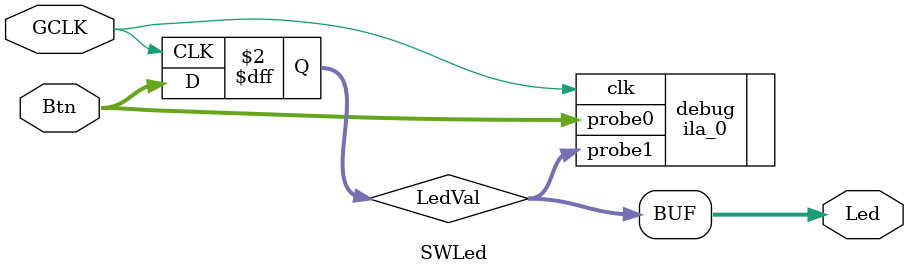
<source format=v>
`timescale 1ns / 1ps


module SWLed(input GCLK,
    input [7:0] Btn,
    output [7:0] Led
    );
    
 
//assign Led = Btn;
reg [7:0] LedVal;
always@(posedge GCLK)
begin
    if(GCLK) begin
       LedVal <= Btn; 
    end
end
 
 assign Led = LedVal;   
ila_0 debug(.clk(GCLK), .probe0(Btn), .probe1(Led));

endmodule

</source>
